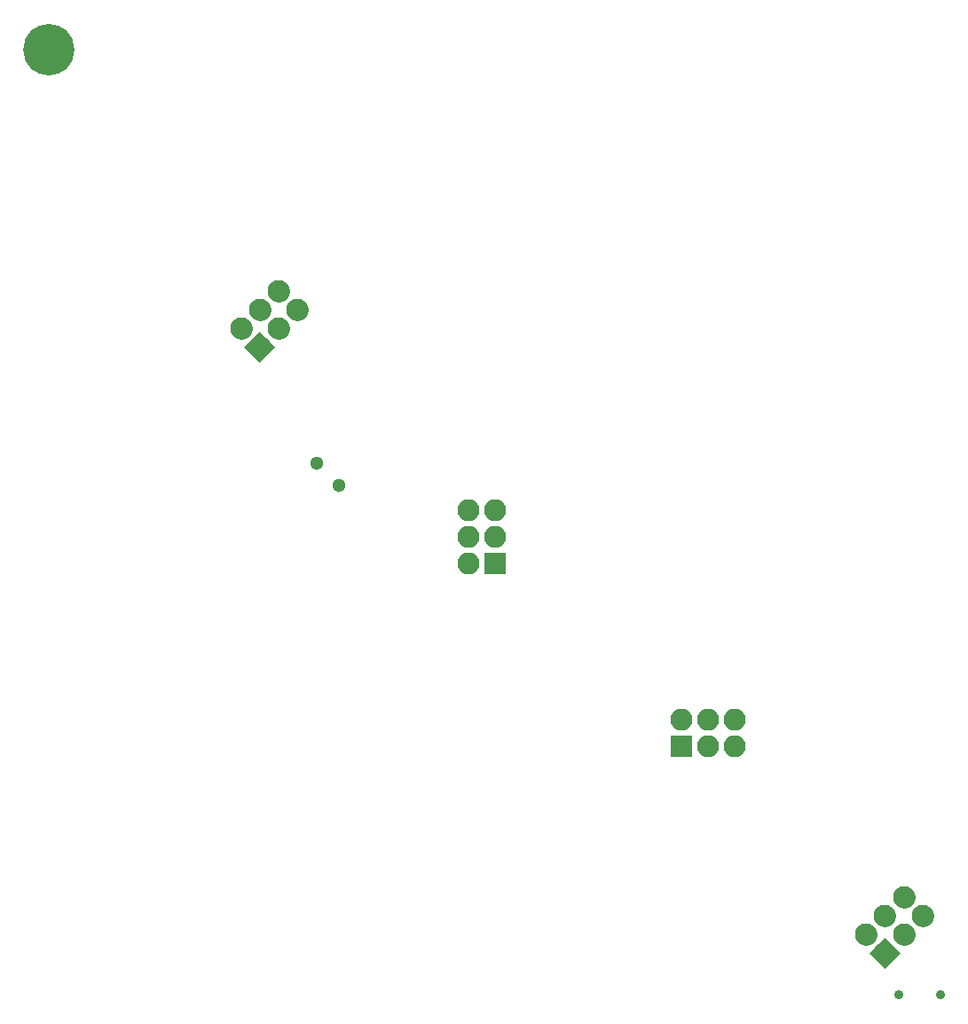
<source format=gbr>
G04 #@! TF.GenerationSoftware,KiCad,Pcbnew,5.1.2*
G04 #@! TF.CreationDate,2019-07-14T12:04:39-05:00*
G04 #@! TF.ProjectId,Wrench,5772656e-6368-42e6-9b69-6361645f7063,rev?*
G04 #@! TF.SameCoordinates,Original*
G04 #@! TF.FileFunction,Soldermask,Top*
G04 #@! TF.FilePolarity,Negative*
%FSLAX46Y46*%
G04 Gerber Fmt 4.6, Leading zero omitted, Abs format (unit mm)*
G04 Created by KiCad (PCBNEW 5.1.2) date 2019-07-14 12:04:39*
%MOMM*%
%LPD*%
G04 APERTURE LIST*
%ADD10C,4.900000*%
%ADD11C,2.100000*%
%ADD12C,2.100000*%
%ADD13C,0.100000*%
%ADD14R,2.100000X2.100000*%
%ADD15O,2.100000X2.100000*%
%ADD16C,0.900000*%
%ADD17C,1.300000*%
G04 APERTURE END LIST*
D10*
X96320000Y-50680000D03*
D11*
X177920000Y-131507897D03*
D12*
X177920000Y-131507897D02*
X177920000Y-131507897D01*
D11*
X179716051Y-133303949D03*
D12*
X179716051Y-133303949D02*
X179716051Y-133303949D01*
D11*
X176123949Y-133303949D03*
D12*
X176123949Y-133303949D02*
X176123949Y-133303949D01*
D11*
X177920000Y-135100000D03*
D12*
X177920000Y-135100000D02*
X177920000Y-135100000D01*
D11*
X174327898Y-135100000D03*
D12*
X174327898Y-135100000D02*
X174327898Y-135100000D01*
D11*
X176123949Y-136896051D03*
D13*
G36*
X177608873Y-136896051D02*
G01*
X176123949Y-138380975D01*
X174639025Y-136896051D01*
X176123949Y-135411127D01*
X177608873Y-136896051D01*
X177608873Y-136896051D01*
G37*
D14*
X138890000Y-99726051D03*
D15*
X136350000Y-99726051D03*
X138890000Y-97186051D03*
X136350000Y-97186051D03*
X138890000Y-94646051D03*
X136350000Y-94646051D03*
D11*
X116470000Y-79062102D03*
D13*
G36*
X117954924Y-79062102D02*
G01*
X116470000Y-80547026D01*
X114985076Y-79062102D01*
X116470000Y-77577178D01*
X117954924Y-79062102D01*
X117954924Y-79062102D01*
G37*
D11*
X114673949Y-77266051D03*
D12*
X114673949Y-77266051D02*
X114673949Y-77266051D01*
D11*
X118266051Y-77266051D03*
D12*
X118266051Y-77266051D02*
X118266051Y-77266051D01*
D11*
X116470000Y-75470000D03*
D12*
X116470000Y-75470000D02*
X116470000Y-75470000D01*
D11*
X120062102Y-75470000D03*
D12*
X120062102Y-75470000D02*
X120062102Y-75470000D01*
D11*
X118266051Y-73673948D03*
D12*
X118266051Y-73673948D02*
X118266051Y-73673948D01*
D15*
X161790000Y-114600000D03*
X161790000Y-117140000D03*
X159250000Y-114600000D03*
X159250000Y-117140000D03*
X156710000Y-114600000D03*
D14*
X156710000Y-117140000D03*
D16*
X177400000Y-140850000D03*
X181400000Y-140850000D03*
D17*
X124000000Y-92200000D03*
X121878680Y-90078680D03*
M02*

</source>
